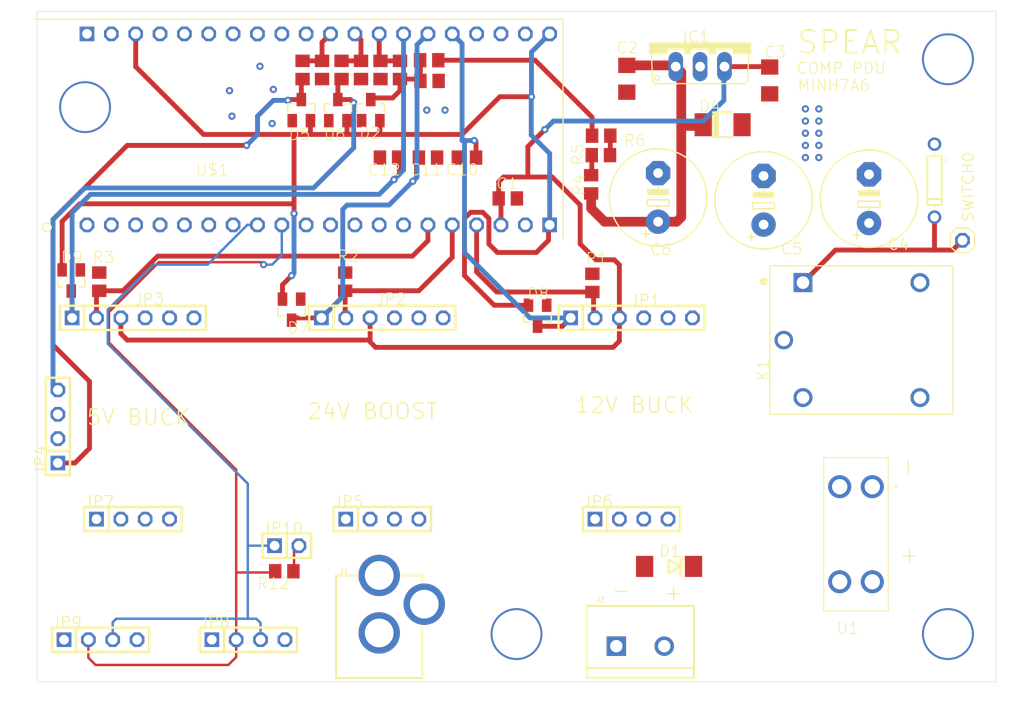
<source format=kicad_pcb>
(kicad_pcb (version 20211014) (generator pcbnew)
  (layers (0 "F.Cu" signal) (31 "B.Cu" signal) (34 "B.Paste" user) (35 "F.Paste" user) (36 "B.SilkS" user "B.Silkscreen") (37 "F.SilkS" user "F.Silkscreen") (38 "B.Mask" user) (39 "F.Mask" user) (44 "Edge.Cuts" user))
  (net 0 "")
  (net 1 "GND")
  (net 2 "+3V3")
  (net 3 "+5V")
  (net 4 "CANL")
  (net 5 "CANH")
  (net 6 "EN_1")
  (net 7 "AIOUT1")
  (net 8 "VIN")
  (net 9 "EN_2")
  (net 10 "EN_3")
  (net 11 "AIOUT2")
  (net 12 "AIOUT3")
  (net 13 "VBAT")
  (net 14 "N$1")
  (net 15 "N$2")
  (net 16 "N$3")
  (net 17 "VIOUT")
  (net 18 "VOUT1_FIXED")
  (net 19 "VOUT2_FIXED")
  (net 20 "VOUT3_FIXED")
  (net 21 "VBAT1")
  (net 22 "N$6")
  (net 23 "N$4")
  (net 24 "N$7")
  (net 25 "VIOUT1")
  (net 26 "VIOUT2")
  (net 27 "N$9")
  (net 28 "N$5")
  (net 29 "N$13")
  (footprint "Comp PDU:1X02" (layer "F.Cu") (at 124.5361 125.7796)
    (fp_text reference "JP10")
    (fp_text value "")
  )
  (footprint "Comp PDU:C0805" (layer "F.Cu") (at 128.2191 76.1226 -90)
    (fp_text reference "C9" hide)
    (fp_text value "100nF" hide)
  )
  (footprint "Comp PDU:C0805" (layer "F.Cu") (at 132.2831 76.1226 -90)
    (fp_text reference "C8" hide)
    (fp_text value "100nF" hide)
  )
  (footprint "Comp PDU:R0805" (layer "F.Cu") (at 139.3951 75.1066)
    (fp_text reference "R7" hide)
    (fp_text value "100k" hide)
  )
  (footprint "Comp PDU:SOT23" (layer "F.Cu") (at 133.2991 80.3136)
    (fp_text reference "D2")
    (fp_text value "BAT54S" hide)
  )
  (footprint "Comp PDU:R0805" (layer "F.Cu") (at 156.4131 98.3476 -90)
    (fp_text reference "R1")
    (fp_text value "100k" hide)
  )
  (footprint "Comp PDU:R0805" (layer "F.Cu") (at 157.3341 82.9806)
    (fp_text reference "R6")
    (fp_text value "200k" hide)
  )
  (footprint "Comp PDU:1X04" (layer "F.Cu") (at 160.5011 123.0036)
    (fp_text reference "JP6")
    (fp_text value "")
  )
  (footprint "Comp PDU:1X06" (layer "F.Cu") (at 134.5011 102.0036)
    (fp_text reference "JP2")
    (fp_text value "")
  )
  (footprint "Comp PDU:SCREWTERMINAL-5MM-2" (layer "F.Cu") (at 158.9111 136.2636)
    (fp_text reference "J2")
    (fp_text value "")
  )
  (footprint "Comp PDU:R0805" (layer "F.Cu") (at 139.4271 77.2656 180)
    (fp_text reference "R8" hide)
    (fp_text value "100k" hide)
  )
  (footprint "Comp PDU:SOT23" (layer "F.Cu") (at 150.6981 101.7766 180)
    (fp_text reference "D8")
    (fp_text value "BAT54S" hide)
  )
  (footprint "Comp PDU:C1206" (layer "F.Cu") (at 160.0051 77.0426 -90)
    (fp_text reference "C2")
    (fp_text value "10uF" hide)
  )
  (footprint "Comp PDU:R0805" (layer "F.Cu") (at 156.2861 88.0606 -90)
    (fp_text reference "R4")
    (fp_text value "200k" hide)
  )
  (footprint "Comp PDU:DO-214AC" (layer "F.Cu") (at 170.0021 81.8376)
    (fp_text reference "D4")
    (fp_text value "")
  )
  (footprint "Comp PDU:STM-DEV-BOARD" (layer "F.Cu") (at 127.8311 82.1336 90)
    (fp_text reference "U$1")
    (fp_text value "STM-DEV-BOARD" hide)
  )
  (footprint "Comp PDU:1X04" (layer "F.Cu") (at 134.5011 123.0036)
    (fp_text reference "JP5")
    (fp_text value "")
  )
  (footprint "Comp PDU:C0805" (layer "F.Cu") (at 135.2041 85.2666 180)
    (fp_text reference "C12")
    (fp_text value "100nF" hide)
  )
  (footprint "Comp PDU:TO220V" (layer "F.Cu") (at 167.6511 73.2336)
    (fp_text reference "IC1")
    (fp_text value "788TV" hide)
  )
  (footprint "Comp PDU:SOT23" (layer "F.Cu") (at 125.0441 101.1416 180)
    (fp_text reference "D7")
    (fp_text value "BAT54S" hide)
  )
  (footprint "Comp PDU:1X04" (layer "F.Cu") (at 100.6601 113.3336 90)
    (fp_text reference "JP4")
    (fp_text value "")
  )
  (footprint "Comp PDU:C1206" (layer "F.Cu") (at 174.9101 77.2166 -90)
    (fp_text reference "C3")
    (fp_text value "10uF" hide)
  )
  (footprint "Comp PDU:1X06" (layer "F.Cu") (at 108.5011 102.0036)
    (fp_text reference "JP3")
    (fp_text value "")
  )
  (footprint "Comp PDU:R0805" (layer "F.Cu") (at 136.3471 76.1226 90)
    (fp_text reference "R9" hide)
    (fp_text value "1k" hide)
  )
  (footprint "Comp PDU:3568" (layer "F.Cu") (at 185.6121 119.6226 -90)
    (fp_text reference "U1")
    (fp_text value "3568" hide)
  )
  (footprint "Comp PDU:1X04" (layer "F.Cu") (at 105.1151 135.5936)
    (fp_text reference "JP9")
    (fp_text value "")
  )
  (footprint "Comp PDU:1X04" (layer "F.Cu") (at 120.5331 135.5936)
    (fp_text reference "JP8")
    (fp_text value "")
  )
  (footprint "Comp PDU:POWER_JACK_PTH" (layer "F.Cu") (at 134.1811 142.5836)
    (fp_text reference "J1")
    (fp_text value "POWER_JACK" hide)
  )
  (footprint "Comp PDU:C0805" (layer "F.Cu") (at 143.3321 85.2666 180)
    (fp_text reference "C10")
    (fp_text value "100nF" hide)
  )
  (footprint "Comp PDU:R0805" (layer "F.Cu") (at 126.1871 76.1226 90)
    (fp_text reference "R10" hide)
    (fp_text value "1k" hide)
  )
  (footprint "Comp PDU:C0805" (layer "F.Cu") (at 134.3151 76.1226 -90)
    (fp_text reference "C7" hide)
    (fp_text value "100nF" hide)
  )
  (footprint "Comp PDU:C0805" (layer "F.Cu") (at 147.5911 89.5336)
    (fp_text reference "C1")
    (fp_text value "100nF" hide)
  )
  (footprint "Comp PDU:1X01" (layer "F.Cu") (at 195.0211 93.9026)
    (fp_text reference "SWITCH0")
    (fp_text value "")
  )
  (footprint "Comp PDU:E5-10,5" (layer "F.Cu") (at 163.2711 89.4236 90)
    (fp_text reference "C6")
    (fp_text value "680uF" hide)
  )
  (footprint "Comp PDU:SOT23" (layer "F.Cu") (at 129.8701 80.3136)
    (fp_text reference "D6")
    (fp_text value "BAT54S" hide)
  )
  (footprint "Comp PDU:R0805" (layer "F.Cu") (at 157.3021 85.0126 180)
    (fp_text reference "R5")
    (fp_text value "200k" hide)
  )
  (footprint "Comp PDU:R0805" (layer "F.Cu") (at 130.2511 76.1226 90)
    (fp_text reference "R11" hide)
    (fp_text value "1k" hide)
  )
  (footprint "Comp PDU:E5-10,5" (layer "F.Cu") (at 174.2711 89.7236 90)
    (fp_text reference "C5")
    (fp_text value "680uF" hide)
  )
  (footprint "Comp PDU:DO214AA" (layer "F.Cu") (at 164.4141 127.9386 180)
    (fp_text reference "D1")
    (fp_text value "")
  )
  (footprint "Comp PDU:C0805" (layer "F.Cu") (at 139.2681 85.2666)
    (fp_text reference "C11")
    (fp_text value "100nF" hide)
  )
  (footprint "Comp PDU:SOT23" (layer "F.Cu") (at 126.0601 80.3136)
    (fp_text reference "D5")
    (fp_text value "BAT54S" hide)
  )
  (footprint "Comp PDU:R0805" (layer "F.Cu") (at 130.6321 98.2206 -90)
    (fp_text reference "R2")
    (fp_text value "100k" hide)
  )
  (footprint "Comp PDU:1X06" (layer "F.Cu") (at 160.5011 102.0036)
    (fp_text reference "JP1")
    (fp_text value "")
  )
  (footprint "Comp PDU:SOT23" (layer "F.Cu") (at 102.0571 98.0936 180)
    (fp_text reference "D9")
    (fp_text value "BAT54S" hide)
  )
  (footprint "Comp PDU:R0805" (layer "F.Cu") (at 104.9781 98.2206 -90)
    (fp_text reference "R3")
    (fp_text value "100k" hide)
  )
  (footprint "Comp PDU:1X04" (layer "F.Cu") (at 108.5011 123.0036)
    (fp_text reference "JP7")
    (fp_text value "")
  )
  (footprint "Comp PDU:RELAY_SRD-05VDC-SL-C" (layer "F.Cu") (at 184.4801 104.3166)
    (fp_text reference "K1")
    (fp_text value "SRD-24VDC-SL-C" hide)
  )
  (footprint "Comp PDU:E5-10,5" (layer "F.Cu") (at 185.2711 89.5636 90)
    (fp_text reference "C4")
    (fp_text value "680uF" hide)
  )
  (footprint "Comp PDU:R0805" (layer "F.Cu") (at 124.2821 128.4466 180)
    (fp_text reference "R12")
    (fp_text value "120" hide)
  )
  (footprint "Comp PDU:DO-1N4148" (layer "F.Cu") (at 192.1001 87.6796 -90)
    (fp_text reference "D3")
    (fp_text value "")
  )
  (gr_line (start 98.5011 70.0036) (end 98.5011 140.0036) (layer "Edge.Cuts") (width 0.05))
  (gr_line (start 198.5011 70.0036) (end 98.5011 70.0036) (layer "Edge.Cuts") (width 0.05))
  (gr_line (start 198.5011 140.0036) (end 198.5011 70.0036) (layer "Edge.Cuts") (width 0.05))
  (gr_line (start 98.5011 140.0036) (end 198.5011 140.0036) (layer "Edge.Cuts") (width 0.05))
  (gr_text "+" (at 190.3221 127.9386 90) (layer "F.SilkS") (effects (font (size 1.63576 1.63576) (thickness 0.14224)) (justify left bottom)))
  (gr_text "12V BUCK" (at 154.5081 112.0636) (layer "F.SilkS") (effects (font (size 1.63576 1.63576) (thickness 0.14224)) (justify left bottom)))
  (gr_text "24V BOOST" (at 126.5681 112.6986) (layer "F.SilkS") (effects (font (size 1.63576 1.63576) (thickness 0.14224)) (justify left bottom)))
  (gr_text "COMP PDU" (at 177.6221 76.6306) (layer "F.SilkS") (effects (font (size 1.1684 1.1684) (thickness 0.1016)) (justify left bottom)))
  (gr_text "MINH7A6" (at 177.7491 78.4086) (layer "F.SilkS") (effects (font (size 1.1684 1.1684) (thickness 0.1016)) (justify left bottom)))
  (gr_text "+" (at 163.7791 131.6216) (layer "F.SilkS") (effects (font (size 1.63576 1.63576) (thickness 0.14224)) (justify left bottom)))
  (gr_text "-" (at 158.3181 131.3676) (layer "F.SilkS") (effects (font (size 1.63576 1.63576) (thickness 0.14224)) (justify left bottom)))
  (gr_text "5V BUCK" (at 103.5811 113.3336) (layer "F.SilkS") (effects (font (size 1.63576 1.63576) (thickness 0.14224)) (justify left bottom)))
  (gr_text "-" (at 190.1951 118.6676 90) (layer "F.SilkS") (effects (font (size 1.63576 1.63576) (thickness 0.14224)) (justify left bottom)))
  (gr_text "SPEAR" (at 177.6221 74.5986) (layer "F.SilkS") (effects (font (size 2.3368 2.3368) (thickness 0.2032)) (justify left bottom)))
  (via (at 178.6381 81.4566) (size 0.7564) (drill 0.35) (layers "F.Cu" "B.Cu") (net 1))
  (via (at 178.6381 85.2666) (size 0.7564) (drill 0.35) (layers "F.Cu" "B.Cu") (net 1))
  (via (at 118.5671 78.2816) (size 0.7564) (drill 0.35) (layers "F.Cu" "B.Cu") (net 1))
  (via (at 193.5011 135.0036) (size 5.4064) (drill 5) (layers "F.Cu" "B.Cu") (net 1))
  (via (at 139.1411 80.3136) (size 0.7564) (drill 0.35) (layers "F.Cu" "B.Cu") (net 1))
  (via (at 180.0351 85.2666) (size 0.7564) (drill 0.35) (layers "F.Cu" "B.Cu") (net 1))
  (via (at 178.6381 83.9966) (size 0.7564) (drill 0.35) (layers "F.Cu" "B.Cu") (net 1))
  (via (at 148.5011 135.0036) (size 5.4064) (drill 5) (layers "F.Cu" "B.Cu") (net 1))
  (via (at 141.0461 80.3136) (size 0.7564) (drill 0.35) (layers "F.Cu" "B.Cu") (net 1))
  (via (at 118.8211 80.9486) (size 0.7564) (drill 0.35) (layers "F.Cu" "B.Cu") (net 1))
  (via (at 103.5011 80.0036) (size 5.4064) (drill 5) (layers "F.Cu" "B.Cu") (net 1))
  (via (at 178.6381 82.7266) (size 0.7564) (drill 0.35) (layers "F.Cu" "B.Cu") (net 1))
  (via (at 180.0351 82.7266) (size 0.7564) (drill 0.35) (layers "F.Cu" "B.Cu") (net 1))
  (via (at 180.0351 80.1866) (size 0.7564) (drill 0.35) (layers "F.Cu" "B.Cu") (net 1))
  (via (at 180.0351 81.4566) (size 0.7564) (drill 0.35) (layers "F.Cu" "B.Cu") (net 1))
  (via (at 193.5011 75.0036) (size 5.4064) (drill 5) (layers "F.Cu" "B.Cu") (net 1))
  (via (at 180.0351 83.9966) (size 0.7564) (drill 0.35) (layers "F.Cu" "B.Cu") (net 1))
  (via (at 123.1391 78.1546) (size 0.7564) (drill 0.35) (layers "F.Cu" "B.Cu") (net 1))
  (via (at 178.6381 80.1866) (size 0.7564) (drill 0.35) (layers "F.Cu" "B.Cu") (net 1))
  (via (at 121.7421 75.7416) (size 0.7564) (drill 0.35) (layers "F.Cu" "B.Cu") (net 1))
  (via (at 123.0121 81.7106) (size 0.7564) (drill 0.35) (layers "F.Cu" "B.Cu") (net 1))
  (segment (start 146.5071 95.1726) (end 150.5711 95.1726) (width 0.508) (layer "F.Cu") (net 2))
  (segment (start 101.1071 96.9936) (end 101.1071 91.9316) (width 0.508) (layer "F.Cu") (net 2))
  (segment (start 143.0781 97.5856) (end 143.0781 91.6166) (width 0.508) (layer "F.Cu") (net 2))
  (segment (start 101.1071 91.9316) (end 102.9461 90.0926) (width 0.508) (layer "F.Cu") (net 2))
  (segment (start 102.9461 90.0926) (end 125.2981 90.0926) (width 0.508) (layer "F.Cu") (net 2))
  (segment (start 125.2981 91.1086) (end 125.2981 90.0926) (width 0.508) (layer "F.Cu") (net 2))
  (segment (start 151.8411 93.9026) (end 151.8411 92.4136) (width 0.508) (layer "F.Cu") (net 2))
  (segment (start 145.6181 91.6166) (end 145.6181 94.2836) (width 0.508) (layer "F.Cu") (net 2))
  (segment (start 115.8511 82.8536) (end 125.2981 82.8536) (width 0.508) (layer "F.Cu") (net 2))
  (segment (start 130.7591 82.8536) (end 134.1881 82.8536) (width 0.508) (layer "F.Cu") (net 2))
  (segment (start 134.1881 82.8536) (end 142.8241 82.8536) (width 0.508) (layer "F.Cu") (net 2))
  (segment (start 124.0941 100.0416) (end 124.0941 98.5356) (width 0.508) (layer "F.Cu") (net 2))
  (segment (start 130.8201 81.4136) (end 130.8201 82.7926) (width 0.508) (layer "F.Cu") (net 2))
  (segment (start 125.2981 82.8536) (end 127.0761 82.8536) (width 0.508) (layer "F.Cu") (net 2))
  (segment (start 134.2491 82.7926) (end 134.1881 82.8536) (width 0.508) (layer "F.Cu") (net 2))
  (segment (start 134.2491 81.4136) (end 134.2491 82.7926) (width 0.508) (layer "F.Cu") (net 2))
  (segment (start 150.5711 95.1726) (end 151.8411 93.9026) (width 0.508) (layer "F.Cu") (net 2))
  (segment (start 108.7811 75.7836) (end 115.8511 82.8536) (width 0.508) (layer "F.Cu") (net 2))
  (segment (start 143.7131 90.9816) (end 144.9831 90.9816) (width 0.508) (layer "F.Cu") (net 2))
  (segment (start 127.0101 81.4136) (end 127.0101 82.7876) (width 0.508) (layer "F.Cu") (net 2))
  (segment (start 142.8241 82.8536) (end 146.7611 78.9166) (width 0.508) (layer "F.Cu") (net 2))
  (segment (start 125.2981 90.0926) (end 125.2981 82.8536) (width 0.508) (layer "F.Cu") (net 2))
  (segment (start 124.0941 98.5356) (end 125.0441 97.5856) (width 0.508) (layer "F.Cu") (net 2))
  (segment (start 127.0761 82.8536) (end 130.7591 82.8536) (width 0.508) (layer "F.Cu") (net 2))
  (segment (start 146.7611 78.9166) (end 150.0631 78.9166) (width 0.508) (layer "F.Cu") (net 2))
  (segment (start 149.7481 100.6766) (end 146.1691 100.6766) (width 0.508) (layer "F.Cu") (net 2))
  (segment (start 146.1691 100.6766) (end 143.0781 97.5856) (width 0.508) (layer "F.Cu") (net 2))
  (segment (start 127.0101 82.7876) (end 127.0761 82.8536) (width 0.508) (layer "F.Cu") (net 2))
  (segment (start 130.8201 82.7926) (end 130.7591 82.8536) (width 0.508) (layer "F.Cu") (net 2))
  (segment (start 145.6181 94.2836) (end 146.5071 95.1726) (width 0.508) (layer "F.Cu") (net 2))
  (segment (start 108.7811 72.3546) (end 108.7811 75.7836) (width 0.508) (layer "F.Cu") (net 2))
  (segment (start 144.9831 90.9816) (end 145.6181 91.6166) (width 0.508) (layer "F.Cu") (net 2))
  (segment (start 143.0781 91.6166) (end 143.7131 90.9816) (width 0.508) (layer "F.Cu") (net 2))
  (segment (start 151.8411 92.4136) (end 151.9611 92.2936) (width 0.508) (layer "F.Cu") (net 2))
  (via (at 125.2981 91.1086) (size 0.7564) (drill 0.35) (layers "F.Cu" "B.Cu") (net 2))
  (via (at 125.0441 97.5856) (size 0.7564) (drill 0.35) (layers "F.Cu" "B.Cu") (net 2))
  (via (at 150.0631 78.9166) (size 0.7564) (drill 0.35) (layers "F.Cu" "B.Cu") (net 2))
  (segment (start 150.0631 78.9166) (end 150.0405 78.9392) (width 0.508) (layer "B.Cu") (net 2))
  (segment (start 150.0405 78.9392) (end 150.0405 82.924594) (width 0.508) (layer "B.Cu") (net 2))
  (segment (start 150.0405 82.924594) (end 151.9611 84.845194) (width 0.508) (layer "B.Cu") (net 2))
  (segment (start 151.9611 84.845194) (end 151.9611 92.2936) (width 0.508) (layer "B.Cu") (net 2))
  (segment (start 125.2981 91.1086) (end 125.2981 97.3316) (width 0.508) (layer "B.Cu") (net 2))
  (segment (start 150.0631 74.2526) (end 151.9611 72.3546) (width 0.508) (layer "B.Cu") (net 2))
  (segment (start 150.0631 78.9166) (end 150.0631 74.2526) (width 0.508) (layer "B.Cu") (net 2))
  (segment (start 125.0441 97.5856) (end 125.2981 97.3316) (width 0.508) (layer "B.Cu") (net 2))
  (segment (start 133.2311 104.5026) (end 133.2311 104.3166) (width 0.508) (layer "F.Cu") (net 3))
  (segment (start 174.8671 75.7736) (end 174.9101 75.8166) (width 0.508) (layer "F.Cu") (net 3))
  (segment (start 159.2311 102.0036) (end 159.2311 104.4196) (width 0.508) (layer "F.Cu") (net 3))
  (segment (start 107.2311 103.6486) (end 107.2311 102.0036) (width 0.508) (layer "F.Cu") (net 3))
  (segment (start 152.2221 87.2986) (end 155.1431 90.2196) (width 0.508) (layer "F.Cu") (net 3))
  (segment (start 133.8071 105.0786) (end 133.2311 104.5026) (width 0.508) (layer "F.Cu") (net 3))
  (segment (start 146.6411 89.5336) (end 146.6411 87.7996) (width 0.508) (layer "F.Cu") (net 3))
  (segment (start 133.2311 104.3166) (end 133.2311 102.0036) (width 0.508) (layer "F.Cu") (net 3))
  (segment (start 147.1421 87.2986) (end 149.6821 87.2986) (width 0.508) (layer "F.Cu") (net 3))
  (segment (start 170.1911 75.7736) (end 174.8671 75.7736) (width 0.508) (layer "F.Cu") (net 3))
  (segment (start 149.6821 87.2986) (end 149.6821 84.1236) (width 0.508) (layer "F.Cu") (net 3))
  (segment (start 149.6821 84.1236) (end 151.4601 82.3456) (width 0.508) (layer "F.Cu") (net 3))
  (segment (start 158.5721 105.0786) (end 133.8071 105.0786) (width 0.508) (layer "F.Cu") (net 3))
  (segment (start 155.1431 90.2196) (end 155.1431 94.2836) (width 0.508) (layer "F.Cu") (net 3))
  (segment (start 146.8811 89.7736) (end 146.6411 89.5336) (width 0.508) (layer "F.Cu") (net 3))
  (segment (start 155.1431 94.2836) (end 156.7941 95.9346) (width 0.508) (layer "F.Cu") (net 3))
  (segment (start 146.8811 92.2936) (end 146.8811 89.7736) (width 0.508) (layer "F.Cu") (net 3))
  (segment (start 133.2311 104.3166) (end 107.8991 104.3166) (width 0.508) (layer "F.Cu") (net 3))
  (segment (start 146.6411 87.7996) (end 147.1421 87.2986) (width 0.508) (layer "F.Cu") (net 3))
  (segment (start 159.2311 104.4196) (end 158.5721 105.0786) (width 0.508) (layer "F.Cu") (net 3))
  (segment (start 159.2311 96.4666) (end 159.2311 102.0036) (width 0.508) (layer "F.Cu") (net 3))
  (segment (start 149.6821 87.2986) (end 152.2221 87.2986) (width 0.508) (layer "F.Cu") (net 3))
  (segment (start 158.6991 95.9346) (end 159.2311 96.4666) (width 0.508) (layer "F.Cu") (net 3))
  (segment (start 107.8991 104.3166) (end 107.2311 103.6486) (width 0.508) (layer "F.Cu") (net 3))
  (segment (start 156.7941 95.9346) (end 158.6991 95.9346) (width 0.508) (layer "F.Cu") (net 3))
  (via (at 151.4601 82.3456) (size 0.7564) (drill 0.35) (layers "F.Cu" "B.Cu") (net 3))
  (segment (start 170.1291 75.8356) (end 170.1291 79.2976) (width 0.508) (layer "B.Cu") (net 3))
  (segment (start 170.1911 75.7736) (end 170.1291 75.8356) (width 0.508) (layer "B.Cu") (net 3))
  (segment (start 151.4601 82.3456) (end 152.3491 81.4566) (width 0.508) (layer "B.Cu") (net 3))
  (segment (start 152.3491 81.4566) (end 167.9701 81.4566) (width 0.508) (layer "B.Cu") (net 3))
  (segment (start 167.9701 81.4566) (end 170.1291 79.2976) (width 0.508) (layer "B.Cu") (net 3))
  (segment (start 121.4811 92.2936) (end 120.4301 92.2936) (width 0.254) (layer "B.Cu") (net 4))
  (segment (start 121.8031 133.8416) (end 121.8031 135.5936) (width 0.254) (layer "B.Cu") (net 4))
  (segment (start 123.2661 125.7796) (end 120.4721 125.7796) (width 0.254) (layer "B.Cu") (net 4))
  (segment (start 120.4301 92.2936) (end 116.2811 96.4426) (width 0.254) (layer "B.Cu") (net 4))
  (segment (start 120.4721 133.3996) (end 120.4721 125.7796) (width 0.254) (layer "B.Cu") (net 4))
  (segment (start 116.2811 96.4426) (end 110.5661 96.4426) (width 0.254) (layer "B.Cu") (net 4))
  (segment (start 105.8671 101.1416) (end 105.8671 104.6976) (width 0.254) (layer "B.Cu") (net 4))
  (segment (start 105.8671 104.6976) (end 120.4721 119.3026) (width 0.254) (layer "B.Cu") (net 4))
  (segment (start 106.7561 133.3996) (end 120.4721 133.3996) (width 0.254) (layer "B.Cu") (net 4))
  (segment (start 121.3611 133.3996) (end 121.8031 133.8416) (width 0.254) (layer "B.Cu") (net 4))
  (segment (start 120.4721 119.3026) (end 120.4721 125.7796) (width 0.254) (layer "B.Cu") (net 4))
  (segment (start 106.3851 135.5936) (end 106.3851 133.7706) (width 0.254) (layer "B.Cu") (net 4))
  (segment (start 120.4721 133.3996) (end 121.3611 133.3996) (width 0.254) (layer "B.Cu") (net 4))
  (segment (start 110.5661 96.4426) (end 105.8671 101.1416) (width 0.254) (layer "B.Cu") (net 4))
  (segment (start 106.3851 133.7706) (end 106.7561 133.3996) (width 0.254) (layer "B.Cu") (net 4))
  (segment (start 105.9941 101.387944) (end 111.193443 96.1886) (width 0.254) (layer "F.Cu") (net 5))
  (segment (start 118.4401 138.2256) (end 119.2631 137.4026) (width 0.254) (layer "F.Cu") (net 5))
  (segment (start 121.8691 96.1886) (end 122.1231 96.4426) (width 0.254) (layer "F.Cu") (net 5))
  (segment (start 123.2051 128.5736) (end 119.2631 128.5736) (width 0.254) (layer "F.Cu") (net 5))
  (segment (start 104.5971 138.2256) (end 118.4401 138.2256) (width 0.254) (layer "F.Cu") (net 5))
  (segment (start 121.8691 96.1886) (end 111.193443 96.1886) (width 0.254) (layer "F.Cu") (net 5))
  (segment (start 119.2631 117.8396) (end 105.9941 104.5706) (width 0.254) (layer "F.Cu") (net 5))
  (segment (start 119.2631 135.5936) (end 119.2631 128.5736) (width 0.254) (layer "F.Cu") (net 5))
  (segment (start 123.3321 128.4466) (end 123.2051 128.5736) (width 0.254) (layer "F.Cu") (net 5))
  (segment (start 119.2631 128.5736) (end 119.2631 117.8396) (width 0.254) (layer "F.Cu") (net 5))
  (segment (start 105.9941 104.5706) (end 105.9941 101.387944) (width 0.254) (layer "F.Cu") (net 5))
  (segment (start 103.8451 137.4736) (end 104.5971 138.2256) (width 0.254) (layer "F.Cu") (net 5))
  (segment (start 103.8451 135.5936) (end 103.8451 137.4736) (width 0.254) (layer "F.Cu") (net 5))
  (segment (start 119.2631 137.4026) (end 119.2631 135.5936) (width 0.254) (layer "F.Cu") (net 5))
  (via (at 122.1231 96.4426) (size 0.7564) (drill 0.35) (layers "F.Cu" "B.Cu") (net 5))
  (segment (start 122.1231 96.4426) (end 123.0121 96.4426) (width 0.254) (layer "B.Cu") (net 5))
  (segment (start 124.0211 95.4336) (end 123.0121 96.4426) (width 0.254) (layer "B.Cu") (net 5))
  (segment (start 124.0211 95.4336) (end 124.0211 92.2936) (width 0.254) (layer "B.Cu") (net 5))
  (segment (start 144.3411 97.1976) (end 146.4411 99.2976) (width 0.508) (layer "F.Cu") (net 6))
  (segment (start 156.5401 99.4246) (end 156.4131 99.2976) (width 0.508) (layer "F.Cu") (net 6))
  (segment (start 146.4411 99.2976) (end 156.4131 99.2976) (width 0.508) (layer "F.Cu") (net 6))
  (segment (start 144.3411 92.2936) (end 144.3411 97.1976) (width 0.508) (layer "F.Cu") (net 6))
  (segment (start 156.6911 102.0036) (end 156.5401 101.8526) (width 0.508) (layer "F.Cu") (net 6))
  (segment (start 156.5401 101.8526) (end 156.5401 99.4246) (width 0.508) (layer "F.Cu") (net 6))
  (segment (start 153.2781 102.8766) (end 150.6981 102.8766) (width 0.508) (layer "F.Cu") (net 7))
  (segment (start 144.2821 83.6766) (end 144.0941 83.4886) (width 0.508) (layer "F.Cu") (net 7))
  (segment (start 154.1511 102.0036) (end 153.2781 102.8766) (width 0.508) (layer "F.Cu") (net 7))
  (segment (start 144.2821 85.2666) (end 144.2821 83.6766) (width 0.508) (layer "F.Cu") (net 7))
  (via (at 144.0941 83.4886) (size 0.7564) (drill 0.35) (layers "F.Cu" "B.Cu") (net 7))
  (segment (start 149.9091 102.0036) (end 143.0781 95.1726) (width 0.508) (layer "B.Cu") (net 7))
  (segment (start 143.0781 95.1726) (end 143.0781 83.4886) (width 0.508) (layer "B.Cu") (net 7))
  (segment (start 144.0941 83.4886) (end 143.0781 83.4886) (width 0.508) (layer "B.Cu") (net 7))
  (segment (start 142.8241 73.3776) (end 141.8011 72.3546) (width 0.508) (layer "B.Cu") (net 7))
  (segment (start 154.1511 102.0036) (end 149.9091 102.0036) (width 0.508) (layer "B.Cu") (net 7))
  (segment (start 143.0781 83.4886) (end 142.8241 83.4886) (width 0.508) (layer "B.Cu") (net 7))
  (segment (start 142.8241 83.4886) (end 142.8241 73.3776) (width 0.508) (layer "B.Cu") (net 7))
  (segment (start 163.2711 91.9636) (end 157.6831 91.9636) (width 1.016) (layer "F.Cu") (net 8))
  (segment (start 165.6841 91.4896) (end 165.2101 91.9636) (width 1.016) (layer "F.Cu") (net 8))
  (segment (start 157.6831 91.9636) (end 156.2861 90.5666) (width 1.016) (layer "F.Cu") (net 8))
  (segment (start 167.8501 81.9646) (end 167.9771 81.8376) (width 1.016) (layer "F.Cu") (net 8))
  (segment (start 167.8501 81.9646) (end 165.8111 81.9646) (width 1.016) (layer "F.Cu") (net 8))
  (segment (start 165.1111 75.7736) (end 164.9801 75.6426) (width 1.016) (layer "F.Cu") (net 8))
  (segment (start 156.2861 90.5666) (end 156.2861 89.0106) (width 1.016) (layer "F.Cu") (net 8))
  (segment (start 165.6841 82.0916) (end 165.8111 81.9646) (width 1.016) (layer "F.Cu") (net 8))
  (segment (start 165.6841 76.3466) (end 165.6841 82.0916) (width 1.016) (layer "F.Cu") (net 8))
  (segment (start 165.2101 91.9636) (end 163.2711 91.9636) (width 1.016) (layer "F.Cu") (net 8))
  (segment (start 165.1111 75.7736) (end 165.6841 76.3466) (width 1.016) (layer "F.Cu") (net 8))
  (segment (start 164.9801 75.6426) (end 160.0051 75.6426) (width 1.016) (layer "F.Cu") (net 8))
  (segment (start 165.6841 82.0916) (end 165.6841 91.4896) (width 1.016) (layer "F.Cu") (net 8))
  (segment (start 141.8011 92.2936) (end 141.8011 95.6876) (width 0.508) (layer "F.Cu") (net 9))
  (segment (start 130.6911 102.0036) (end 130.6321 101.9446) (width 0.508) (layer "F.Cu") (net 9))
  (segment (start 130.6321 101.9446) (end 130.6321 99.1706) (width 0.508) (layer "F.Cu") (net 9))
  (segment (start 141.8011 95.6876) (end 138.3181 99.1706) (width 0.508) (layer "F.Cu") (net 9))
  (segment (start 138.3181 99.1706) (end 130.6321 99.1706) (width 0.508) (layer "F.Cu") (net 9))
  (segment (start 137.6521 95.5536) (end 111.0741 95.5536) (width 0.508) (layer "F.Cu") (net 10))
  (segment (start 139.2611 93.9446) (end 137.6521 95.5536) (width 0.508) (layer "F.Cu") (net 10))
  (segment (start 104.6911 99.4576) (end 104.9781 99.1706) (width 0.508) (layer "F.Cu") (net 10))
  (segment (start 104.6911 102.0036) (end 104.6911 99.4576) (width 0.508) (layer "F.Cu") (net 10))
  (segment (start 107.4571 99.1706) (end 104.9781 99.1706) (width 0.508) (layer "F.Cu") (net 10))
  (segment (start 139.2611 92.2936) (end 139.2611 93.9446) (width 0.508) (layer "F.Cu") (net 10))
  (segment (start 111.0741 95.5536) (end 107.4571 99.1706) (width 0.508) (layer "F.Cu") (net 10))
  (segment (start 138.0641 87.3596) (end 137.6806 87.7431) (width 0.508) (layer "F.Cu") (net 11))
  (segment (start 138.3181 85.2666) (end 138.0641 85.5206) (width 0.508) (layer "F.Cu") (net 11))
  (segment (start 125.0441 102.2416) (end 125.2821 102.0036) (width 0.508) (layer "F.Cu") (net 11))
  (segment (start 125.2821 102.0036) (end 128.1511 102.0036) (width 0.508) (layer "F.Cu") (net 11))
  (segment (start 138.0641 85.5206) (end 138.0641 87.3596) (width 0.508) (layer "F.Cu") (net 11))
  (via (at 137.6806 87.7431) (size 0.7564) (drill 0.35) (layers "F.Cu" "B.Cu") (net 11))
  (segment (start 138.1251 87.2986) (end 138.1251 73.4906) (width 0.508) (layer "B.Cu") (net 11))
  (segment (start 138.1251 73.4906) (end 139.2611 72.3546) (width 0.508) (layer "B.Cu") (net 11))
  (segment (start 128.1511 102.0036) (end 130.3781 99.7766) (width 0.508) (layer "B.Cu") (net 11))
  (segment (start 130.832887 90.2196) (end 135.2041 90.2196) (width 0.508) (layer "B.Cu") (net 11))
  (segment (start 135.2041 90.2196) (end 137.6806 87.7431) (width 0.508) (layer "B.Cu") (net 11))
  (segment (start 130.3781 90.674388) (end 130.832887 90.2196) (width 0.508) (layer "B.Cu") (net 11))
  (segment (start 130.3781 99.7766) (end 130.3781 90.674388) (width 0.508) (layer "B.Cu") (net 11))
  (segment (start 137.6806 87.7431) (end 138.1251 87.2986) (width 0.508) (layer "B.Cu") (net 11))
  (segment (start 136.1541 85.2666) (end 136.2811 85.3936) (width 0.508) (layer "F.Cu") (net 12))
  (segment (start 102.1511 99.2876) (end 102.0571 99.1936) (width 0.508) (layer "F.Cu") (net 12))
  (segment (start 136.2811 87.009) (end 135.7248 87.5653) (width 0.508) (layer "F.Cu") (net 12))
  (segment (start 102.1511 102.0036) (end 102.1511 99.2876) (width 0.508) (layer "F.Cu") (net 12))
  (segment (start 136.2811 85.3936) (end 136.2811 87.009) (width 0.508) (layer "F.Cu") (net 12))
  (via (at 135.7248 87.5653) (size 0.7564) (drill 0.35) (layers "F.Cu" "B.Cu") (net 12))
  (segment (start 135.7248 87.5653) (end 134.1881 89.102) (width 0.508) (layer "B.Cu") (net 12))
  (segment (start 136.7211 72.3546) (end 136.7211 86.569) (width 0.508) (layer "B.Cu") (net 12))
  (segment (start 134.1881 89.102) (end 104.0637 89.102) (width 0.508) (layer "B.Cu") (net 12))
  (segment (start 102.1511 102.0036) (end 102.1511 91.0146) (width 0.508) (layer "B.Cu") (net 12))
  (segment (start 102.1511 91.0146) (end 104.0637 89.102) (width 0.508) (layer "B.Cu") (net 12))
  (segment (start 136.7211 86.569) (end 135.7248 87.5653) (width 0.508) (layer "B.Cu") (net 12))
  (segment (start 156.3521 85.0126) (end 156.3521 87.0446) (width 0.508) (layer "F.Cu") (net 14))
  (segment (start 156.3521 87.0446) (end 156.2861 87.1106) (width 0.508) (layer "F.Cu") (net 14))
  (segment (start 158.2841 82.9806) (end 158.2841 84.9806) (width 0.508) (layer "F.Cu") (net 15))
  (segment (start 158.2841 84.9806) (end 158.2521 85.0126) (width 0.508) (layer "F.Cu") (net 15))
  (segment (start 156.3841 81.0466) (end 156.3841 82.9806) (width 0.508) (layer "F.Cu") (net 16))
  (segment (start 150.4441 75.1066) (end 156.3841 81.0466) (width 0.508) (layer "F.Cu") (net 16))
  (segment (start 140.3451 75.1066) (end 150.4441 75.1066) (width 0.508) (layer "F.Cu") (net 16))
  (segment (start 134.1811 75.0386) (end 134.1811 72.3546) (width 0.508) (layer "F.Cu") (net 17))
  (segment (start 134.3151 75.1726) (end 134.1811 75.0386) (width 0.508) (layer "F.Cu") (net 17))
  (segment (start 134.3151 75.1726) (end 136.3471 75.1726) (width 0.508) (layer "F.Cu") (net 17))
  (segment (start 125.2321 128.4466) (end 125.2981 128.3806) (width 0.254) (layer "F.Cu") (net 22))
  (segment (start 125.2981 126.2876) (end 125.8061 125.7796) (width 0.254) (layer "F.Cu") (net 22))
  (segment (start 125.2981 126.2876) (end 125.2981 128.3806) (width 0.254) (layer "F.Cu") (net 22))
  (segment (start 178.3801 98.3166) (end 181.7781 94.9186) (width 0.508) (layer "F.Cu") (net 24))
  (segment (start 192.1001 94.7916) (end 192.2271 94.9186) (width 0.508) (layer "F.Cu") (net 24))
  (segment (start 192.1001 91.4896) (end 192.1001 94.7916) (width 0.508) (layer "F.Cu") (net 24))
  (segment (start 194.0051 94.9186) (end 192.2271 94.9186) (width 0.508) (layer "F.Cu") (net 24))
  (segment (start 194.0051 94.9186) (end 195.0211 93.9026) (width 0.508) (layer "F.Cu") (net 24))
  (segment (start 192.2271 94.9186) (end 181.7781 94.9186) (width 0.508) (layer "F.Cu") (net 24))
  (segment (start 130.2511 75.1726) (end 132.2831 75.1726) (width 0.508) (layer "F.Cu") (net 25))
  (segment (start 132.2761 72.9896) (end 131.6411 72.3546) (width 0.508) (layer "F.Cu") (net 25))
  (segment (start 132.2831 75.1726) (end 132.2761 75.1656) (width 0.508) (layer "F.Cu") (net 25))
  (segment (start 132.2761 72.9896) (end 132.2761 75.1656) (width 0.508) (layer "F.Cu") (net 25))
  (segment (start 128.2191 75.1726) (end 128.2191 73.2366) (width 0.508) (layer "F.Cu") (net 26))
  (segment (start 126.1871 75.1726) (end 128.2191 75.1726) (width 0.508) (layer "F.Cu") (net 26))
  (segment (start 128.2191 73.2366) (end 129.1011 72.3546) (width 0.508) (layer "F.Cu") (net 26))
  (segment (start 129.8701 77.4536) (end 130.2511 77.0726) (width 0.508) (layer "F.Cu") (net 27))
  (segment (start 129.8701 79.2136) (end 129.8701 77.4536) (width 0.508) (layer "F.Cu") (net 27))
  (segment (start 131.1831 79.2136) (end 129.8701 79.2136) (width 0.508) (layer "F.Cu") (net 27))
  (segment (start 131.5211 79.5516) (end 131.1831 79.2136) (width 0.508) (layer "F.Cu") (net 27))
  (via (at 131.5211 79.5516) (size 0.7564) (drill 0.35) (layers "F.Cu" "B.Cu") (net 27))
  (segment (start 100.1521 91.751257) (end 103.461756 88.4416) (width 0.508) (layer "B.Cu") (net 27))
  (segment (start 127.3301 88.4416) (end 131.5211 84.2506) (width 0.508) (layer "B.Cu") (net 27))
  (segment (start 100.1521 109.0156) (end 100.1521 91.751257) (width 0.508) (layer "B.Cu") (net 27))
  (segment (start 131.5211 84.2506) (end 131.5211 79.5516) (width 0.508) (layer "B.Cu") (net 27))
  (segment (start 103.461756 88.4416) (end 127.3301 88.4416) (width 0.508) (layer "B.Cu") (net 27))
  (segment (start 100.6601 109.5236) (end 100.1521 109.0156) (width 0.508) (layer "B.Cu") (net 27))
  (segment (start 138.2841 77.0726) (end 138.4771 77.2656) (width 0.508) (layer "F.Cu") (net 28))
  (segment (start 138.4771 77.2656) (end 138.4771 75.1386) (width 0.508) (layer "F.Cu") (net 28))
  (segment (start 133.4691 79.0436) (end 135.5851 79.0436) (width 0.508) (layer "F.Cu") (net 28))
  (segment (start 135.5851 79.0436) (end 136.3471 78.2816) (width 0.508) (layer "F.Cu") (net 28))
  (segment (start 133.2991 79.2136) (end 133.4691 79.0436) (width 0.508) (layer "F.Cu") (net 28))
  (segment (start 138.4771 75.1386) (end 138.4451 75.1066) (width 0.508) (layer "F.Cu") (net 28))
  (segment (start 136.3471 77.0726) (end 138.2841 77.0726) (width 0.508) (layer "F.Cu") (net 28))
  (segment (start 136.3471 78.2816) (end 136.3471 77.0726) (width 0.508) (layer "F.Cu") (net 28))
  (segment (start 100.6601 117.1436) (end 102.4381 117.1436) (width 0.508) (layer "F.Cu") (net 29))
  (segment (start 100.1521 91.7436) (end 107.8991 83.9966) (width 0.508) (layer "F.Cu") (net 29))
  (segment (start 124.6631 79.2976) (end 124.7471 79.2136) (width 0.508) (layer "F.Cu") (net 29))
  (segment (start 107.8991 83.9966) (end 120.3451 83.9966) (width 0.508) (layer "F.Cu") (net 29))
  (segment (start 126.0601 77.1996) (end 126.1871 77.0726) (width 0.508) (layer "F.Cu") (net 29))
  (segment (start 103.9621 115.6196) (end 103.9621 108.6346) (width 0.508) (layer "F.Cu") (net 29))
  (segment (start 100.1521 104.8246) (end 100.1521 91.7436) (width 0.508) (layer "F.Cu") (net 29))
  (segment (start 124.7471 79.2136) (end 126.0601 79.2136) (width 0.508) (layer "F.Cu") (net 29))
  (segment (start 126.0601 79.2136) (end 126.0601 77.1996) (width 0.508) (layer "F.Cu") (net 29))
  (segment (start 102.4381 117.1436) (end 103.9621 115.6196) (width 0.508) (layer "F.Cu") (net 29))
  (segment (start 103.9621 108.6346) (end 100.1521 104.8246) (width 0.508) (layer "F.Cu") (net 29))
  (via (at 124.6631 79.2976) (size 0.7564) (drill 0.35) (layers "F.Cu" "B.Cu") (net 29))
  (via (at 120.3451 83.9966) (size 0.7564) (drill 0.35) (layers "F.Cu" "B.Cu") (net 29))
  (segment (start 120.3451 83.9966) (end 121.4881 82.8536) (width 0.508) (layer "B.Cu") (net 29))
  (segment (start 123.1391 79.2976) (end 124.6631 79.2976) (width 0.508) (layer "B.Cu") (net 29))
  (segment (start 121.4881 82.8536) (end 121.4881 80.9486) (width 0.508) (layer "B.Cu") (net 29))
  (segment (start 121.4881 80.9486) (end 123.1391 79.2976) (width 0.508) (layer "B.Cu") (net 29))
)
</source>
